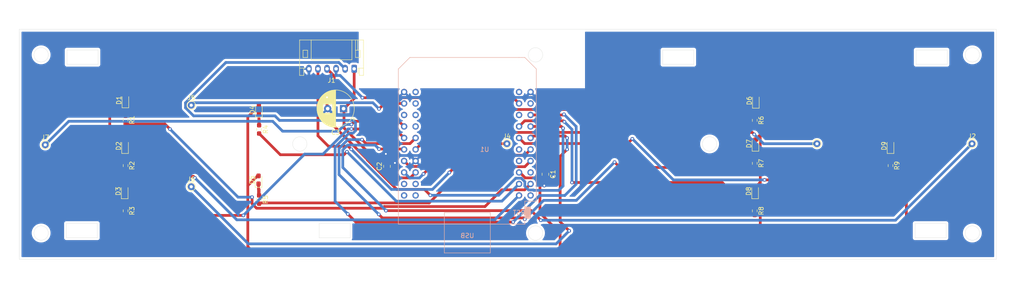
<source format=kicad_pcb>
(kicad_pcb (version 20221018) (generator pcbnew)
  (layers (0 "F.Cu" signal "Front") (31 "B.Cu" signal "Back") (34 "B.Paste" user) (35 "F.Paste" user) (36 "B.SilkS" user "B.Silkscreen") (37 "F.SilkS" user "F.Silkscreen") (38 "B.Mask" user) (39 "F.Mask" user) (44 "Edge.Cuts" user))
  (net 0 "")
  (net 1 "+3.3V")
  (net 2 "GND")
  (net 3 "+5V")
  (net 4 "Net-(D1-K)")
  (net 5 "Net-(D2-K)")
  (net 6 "Net-(D3-K)")
  (net 7 "Net-(D4-K)")
  (net 8 "Net-(D5-K)")
  (net 9 "Net-(D6-K)")
  (net 10 "Net-(D7-K)")
  (net 11 "Net-(D8-K)")
  (net 12 "Net-(D9-K)")
  (net 13 "/FAN_H")
  (net 14 "/FAN_M")
  (net 15 "/FAN_L")
  (net 16 "/FAN_W")
  (net 17 "BUTT_DIMMER")
  (net 18 "BUTT_TURBO")
  (net 19 "BUTT_POWER")
  (net 20 "BUTT_FILTER")
  (net 21 "BUTT_PREFILTER")
  (net 22 "BUTT_TIMER")
  (net 23 "Net-(U1-IO_09{slash}SD2)")
  (net 24 "Net-(U1-IO_10{slash}SD3)")
  (net 25 "Net-(U1-IO_12{slash}TDI)")
  (net 26 "Net-(U1-IO_13{slash}TCK)")
  (net 27 "Net-(U1-IO_14{slash}TMS)")
  (net 28 "Net-(U1-IO_16{slash}D4)")
  (net 29 "Net-(U1-IO_17{slash}D3)")
  (net 30 "Net-(U1-IO_18{slash}D5)")
  (net 31 "Net-(U1-IO_19{slash}D6)")
  (footprint "Resistor_SMD:R_0603_1608Metric_Pad0.98x0.95mm_HandSolder" (layer "F.Cu") (at 191.5 150.5875 -90)
    (fp_text reference "R8" (at 0 -1.43 90) (layer "F.SilkS"))
    (fp_text value "330")
    (pad "1" smd roundrect (at -0.9125 0 270) (size 0.975 0.95) (layers "F.Cu" "F.Paste" "F.Mask") (net 11 "Net-(D8-K)"))
    (pad "2" smd roundrect (at 0.9125 0 270) (size 0.975 0.95) (layers "F.Cu" "F.Paste" "F.Mask") (net 30 "Net-(U1-IO_18{slash}D5)"))
  )
  (footprint "LED_SMD:LED_0603_1608Metric_Pad1.05x0.95mm_HandSolder" (layer "F.Cu") (at 52.3 146.2425 90)
    (fp_text reference "D3" (at 0 -1.43 90) (layer "F.SilkS"))
    (fp_text value "Red")
    (pad "1" smd roundrect (at -0.875 0 90) (size 1.05 0.95) (layers "F.Cu" "F.Paste" "F.Mask") (net 6 "Net-(D3-K)"))
    (pad "2" smd roundrect (at 0.875 0 90) (size 1.05 0.95) (layers "F.Cu" "F.Paste" "F.Mask") (net 1 "+3.3V"))
  )
  (footprint "Resistor_SMD:R_0603_1608Metric_Pad0.98x0.95mm_HandSolder" (layer "F.Cu") (at 82 148.0875 -90)
    (fp_text reference "R5" (at 0 -1.43 90) (layer "F.SilkS"))
    (fp_text value "330")
    (pad "1" smd roundrect (at -0.9125 0 270) (size 0.975 0.95) (layers "F.Cu" "F.Paste" "F.Mask") (net 8 "Net-(D5-K)"))
    (pad "2" smd roundrect (at 0.9125 0 270) (size 0.975 0.95) (layers "F.Cu" "F.Paste" "F.Mask") (net 27 "Net-(U1-IO_14{slash}TMS)"))
  )
  (footprint "Resistor_SMD:R_0603_1608Metric_Pad0.98x0.95mm_HandSolder" (layer "F.Cu") (at 191.5 140.0875 -90)
    (fp_text reference "R7" (at 0 -1.43 90) (layer "F.SilkS"))
    (fp_text value "330")
    (pad "1" smd roundrect (at -0.9125 0 270) (size 0.975 0.95) (layers "F.Cu" "F.Paste" "F.Mask") (net 10 "Net-(D7-K)"))
    (pad "2" smd roundrect (at 0.9125 0 270) (size 0.975 0.95) (layers "F.Cu" "F.Paste" "F.Mask") (net 29 "Net-(U1-IO_17{slash}D3)"))
  )
  (footprint "Resistor_SMD:R_0603_1608Metric_Pad0.98x0.95mm_HandSolder" (layer "F.Cu") (at 52.5 150.5875 -90)
    (fp_text reference "R3" (at 0 -1.43 90) (layer "F.SilkS"))
    (fp_text value "330")
    (pad "1" smd roundrect (at -0.9125 0 270) (size 0.975 0.95) (layers "F.Cu" "F.Paste" "F.Mask") (net 6 "Net-(D3-K)"))
    (pad "2" smd roundrect (at 0.9125 0 270) (size 0.975 0.95) (layers "F.Cu" "F.Paste" "F.Mask") (net 25 "Net-(U1-IO_12{slash}TDI)"))
  )
  (footprint "TestPoint:TestPoint_THTPad_D1.5mm_Drill0.7mm" (layer "F.Cu") (at 67 145.25)
    (fp_text reference "J6" (at 0 -1.648) (layer "F.SilkS"))
    (fp_text value "Conn_01x01")
    (pad "1" thru_hole circle (at 0 0) (size 1.5 1.5) (drill 0.7) (layers "*.Cu" "*.Mask") (net 21 "BUTT_PREFILTER"))
  )
  (footprint "LED_SMD:LED_0603_1608Metric_Pad1.05x0.95mm_HandSolder" (layer "F.Cu") (at 191.66 135.7425 90)
    (fp_text reference "D7" (at 0 -1.43 90) (layer "F.SilkS"))
    (fp_text value "Red")
    (pad "1" smd roundrect (at -0.875 0 90) (size 1.05 0.95) (layers "F.Cu" "F.Paste" "F.Mask") (net 10 "Net-(D7-K)"))
    (pad "2" smd roundrect (at 0.875 0 90) (size 1.05 0.95) (layers "F.Cu" "F.Paste" "F.Mask") (net 1 "+3.3V"))
  )
  (footprint "Resistor_SMD:R_0603_1608Metric_Pad0.98x0.95mm_HandSolder" (layer "F.Cu") (at 82 132.5875 -90)
    (fp_text reference "R4" (at 0 -1.43 90) (layer "F.SilkS"))
    (fp_text value "330")
    (pad "1" smd roundrect (at -0.9125 0 270) (size 0.975 0.95) (layers "F.Cu" "F.Paste" "F.Mask") (net 7 "Net-(D4-K)"))
    (pad "2" smd roundrect (at 0.9125 0 270) (size 0.975 0.95) (layers "F.Cu" "F.Paste" "F.Mask") (net 26 "Net-(U1-IO_13{slash}TCK)"))
  )
  (footprint "LED_SMD:LED_0603_1608Metric_Pad1.05x0.95mm_HandSolder" (layer "F.Cu") (at 221.5 136.2425 90)
    (fp_text reference "D9" (at 0 -1.43 90) (layer "F.SilkS"))
    (fp_text value "Red")
    (pad "1" smd roundrect (at -0.875 0 90) (size 1.05 0.95) (layers "F.Cu" "F.Paste" "F.Mask") (net 12 "Net-(D9-K)"))
    (pad "2" smd roundrect (at 0.875 0 90) (size 1.05 0.95) (layers "F.Cu" "F.Paste" "F.Mask") (net 1 "+3.3V"))
  )
  (footprint "TestPoint:TestPoint_THTPad_D1.5mm_Drill0.7mm" (layer "F.Cu") (at 34.75 136)
    (fp_text reference "J7" (at 0 -1.648) (layer "F.SilkS"))
    (fp_text value "Conn_01x01")
    (pad "1" thru_hole circle (at 0 0) (size 1.5 1.5) (drill 0.7) (layers "*.Cu" "*.Mask") (net 22 "BUTT_TIMER"))
  )
  (footprint "LED_SMD:LED_0603_1608Metric_Pad1.05x0.95mm_HandSolder" (layer "F.Cu") (at 81.95 128.2425 90)
    (fp_text reference "D4" (at 0 -1.43 90) (layer "F.SilkS"))
    (fp_text value "Red")
    (pad "1" smd roundrect (at -0.875 0 90) (size 1.05 0.95) (layers "F.Cu" "F.Paste" "F.Mask") (net 7 "Net-(D4-K)"))
    (pad "2" smd roundrect (at 0.875 0 90) (size 1.05 0.95) (layers "F.Cu" "F.Paste" "F.Mask") (net 1 "+3.3V"))
  )
  (footprint "LED_SMD:LED_0603_1608Metric_Pad1.05x0.95mm_HandSolder" (layer "F.Cu") (at 52.38 136.2425 90)
    (fp_text reference "D2" (at 0 -1.43 90) (layer "F.SilkS"))
    (fp_text value "Red")
    (pad "1" smd roundrect (at -0.875 0 90) (size 1.05 0.95) (layers "F.Cu" "F.Paste" "F.Mask") (net 5 "Net-(D2-K)"))
    (pad "2" smd roundrect (at 0.875 0 90) (size 1.05 0.95) (layers "F.Cu" "F.Paste" "F.Mask") (net 1 "+3.3V"))
  )
  (footprint "TestPoint:TestPoint_THTPad_D1.5mm_Drill0.7mm" (layer "F.Cu") (at 136.75 135.75)
    (fp_text reference "J4" (at 0 -1.648) (layer "F.SilkS"))
    (fp_text value "Conn_01x01")
    (pad "1" thru_hole circle (at 0 0) (size 1.5 1.5) (drill 0.7) (layers "*.Cu" "*.Mask") (net 19 "BUTT_POWER"))
  )
  (footprint "Capacitor_SMD:C_0805_2012Metric_Pad1.18x1.45mm_HandSolder" (layer "F.Cu") (at 145.25 142.5 -90)
    (fp_text reference "C1" (at 0 -1.68 90) (layer "F.SilkS"))
    (fp_text value "1u")
    (pad "1" smd roundrect (at -1.0375 0 270) (size 1.175 1.45) (layers "F.Cu" "F.Paste" "F.Mask") (roundrect_rratio 0.2127659574) (net 1 "+3.3V"))
    (pad "2" smd roundrect (at 1.0375 0 270) (size 1.175 1.45) (layers "F.Cu" "F.Paste" "F.Mask") (roundrect_rratio 0.2127659574) (net 2 "GND"))
  )
  (footprint "Capacitor_SMD:C_0805_2012Metric_Pad1.18x1.45mm_HandSolder" (layer "F.Cu") (at 110.25 140.75 90)
    (fp_text reference "C2" (at 0 -1.68 90) (layer "F.SilkS"))
    (fp_text value "1u")
    (pad "1" smd roundrect (at -1.0375 0 90) (size 1.175 1.45) (layers "F.Cu" "F.Paste" "F.Mask") (roundrect_rratio 0.2127659574) (net 3 "+5V"))
    (pad "2" smd roundrect (at 1.0375 0 90) (size 1.175 1.45) (layers "F.Cu" "F.Paste" "F.Mask") (roundrect_rratio 0.2127659574) (net 2 "GND"))
  )
  (footprint "Connector_JST:JST_PH_S6B-PH-K_1x06_P2.00mm_Horizontal" (layer "F.Cu") (at 103 119.2 180)
    (fp_text reference "J1" (at 5 -2.55) (layer "F.SilkS"))
    (fp_text value "Conn_01x06")
    (pad "1" thru_hole roundrect (at 0 0 180) (size 1.2 1.75) (drill 0.75) (layers "*.Cu" "*.Mask") (roundrect_rratio 0.2083333333) (net 3 "+5V"))
    (pad "2" thru_hole oval (at 2 0 180) (size 1.2 1.75) (drill 0.75) (layers "*.Cu" "*.Mask") (net 16 "/FAN_W"))
    (pad "3" thru_hole oval (at 4 0 180) (size 1.2 1.75) (drill 0.75) (layers "*.Cu" "*.Mask") (net 15 "/FAN_L"))
    (pad "4" thru_hole oval (at 6 0 180) (size 1.2 1.75) (drill 0.75) (layers "*.Cu" "*.Mask") (net 14 "/FAN_M"))
    (pad "5" thru_hole oval (at 8 0 180) (size 1.2 1.75) (drill 0.75) (layers "*.Cu" "*.Mask") (net 13 "/FAN_H"))
    (pad "6" thru_hole oval (at 10 0 180) (size 1.2 1.75) (drill 0.75) (layers "*.Cu" "*.Mask") (net 2 "GND"))
  )
  (footprint "TestPoint:TestPoint_THTPad_D1.5mm_Drill0.7mm" (layer "F.Cu") (at 239.5 135.75)
    (fp_text reference "J2" (at 0 -1.648) (layer "F.SilkS"))
    (fp_text value "Conn_01x01")
    (pad "1" thru_hole circle (at 0 0) (size 1.5 1.5) (drill 0.7) (layers "*.Cu" "*.Mask") (net 17 "BUTT_DIMMER"))
  )
  (footprint "Capacitor_THT:CP_Radial_D8.0mm_P3.50mm" (layer "F.Cu") (at 100.6527 128 180)
    (fp_text reference "C3" (at 1.75 -5.25) (layer "F.SilkS"))
    (fp_text value "470u")
    (pad "1" thru_hole rect (at 0 0 180) (size 1.6 1.6) (drill 0.8) (layers "*.Cu" "*.Mask") (net 3 "+5V"))
    (pad "2" thru_hole circle (at 3.5 0 180) (size 1.6 1.6) (drill 0.8) (layers "*.Cu" "*.Mask") (net 2 "GND"))
  )
  (footprint "Resistor_SMD:R_0603_1608Metric_Pad0.98x0.95mm_HandSolder" (layer "F.Cu") (at 191.5 130.5875 -90)
    (fp_text reference "R6" (at 0 -1.43 90) (layer "F.SilkS"))
    (fp_text value "330")
    (pad "1" smd roundrect (at -0.9125 0 270) (size 0.975 0.95) (layers "F.Cu" "F.Paste" "F.Mask") (net 9 "Net-(D6-K)"))
    (pad "2" smd roundrect (at 0.9125 0 270) (size 0.975 0.95) (layers "F.Cu" "F.Paste" "F.Mask") (net 28 "Net-(U1-IO_16{slash}D4)"))
  )
  (footprint "TestPoint:TestPoint_THTPad_D1.5mm_Drill0.7mm" (layer "F.Cu") (at 205.25 135.75)
    (fp_text reference "J3" hide)
    (fp_text value "Conn_01x01")
    (pad "1" thru_hole circle (at 0 0) (size 1.5 1.5) (drill 0.7) (layers "*.Cu" "*.Mask") (net 18 "BUTT_TURBO"))
  )
  (footprint "Resistor_SMD:R_0603_1608Metric_Pad0.98x0.95mm_HandSolder" (layer "F.Cu") (at 52.5 130.5 -90)
    (fp_text reference "R1" (at 0 -1.43 90) (layer "F.SilkS"))
    (fp_text value "330")
    (pad "1" smd roundrect (at -0.9125 0 270) (size 0.975 0.95) (layers "F.Cu" "F.Paste" "F.Mask") (net 4 "Net-(D1-K)"))
    (pad "2" smd roundrect (at 0.9125 0 270) (size 0.975 0.95) (layers "F.Cu" "F.Paste" "F.Mask") (net 23 "Net-(U1-IO_09{slash}SD2)"))
  )
  (footprint "Resistor_SMD:R_0603_1608Metric_Pad0.98x0.95mm_HandSolder" (layer "F.Cu") (at 52.5 140.5875 -90)
    (fp_text reference "R2" (at 0 -1.43 90) (layer "F.SilkS"))
    (fp_text value "330")
    (pad "1" smd roundrect (at -0.9125 0 270) (size 0.975 0.95) (layers "F.Cu" "F.Paste" "F.Mask") (net 5 "Net-(D2-K)"))
    (pad "2" smd roundrect (at 0.9125 0 270) (size 0.975 0.95) (layers "F.Cu" "F.Paste" "F.Mask") (net 24 "Net-(U1-IO_10{slash}SD3)"))
  )
  (footprint "LED_SMD:LED_0603_1608Metric_Pad1.05x0.95mm_HandSolder" (layer "F.Cu") (at 52.46 126.155 90)
    (fp_text reference "D1" (at 0 -1.43 90) (layer "F.SilkS"))
    (fp_text value "Red")
    (pad "1" smd roundrect (at -0.875 0 90) (size 1.05 0.95) (layers "F.Cu" "F.Paste" "F.Mask") (net 4 "Net-(D1-K)"))
    (pad "2" smd roundrect (at 0.875 0 90) (size 1.05 0.95) (layers "F.Cu" "F.Paste" "F.Mask") (net 1 "+3.3V"))
  )
  (footprint "LED_SMD:LED_0603_1608Metric_Pad1.05x0.95mm_HandSolder" (layer "F.Cu") (at 191.58 146.2425 90)
    (fp_text reference "D8" (at 0 -1.43 90) (layer "F.SilkS"))
    (fp_text value "Red")
    (pad "1" smd roundrect (at -0.875 0 90) (size 1.05 0.95) (layers "F.Cu" "F.Paste" "F.Mask") (net 11 "Net-(D8-K)"))
    (pad "2" smd roundrect (at 0.875 0 90) (size 1.05 0.95) (layers "F.Cu" "F.Paste" "F.Mask") (net 1 "+3.3V"))
  )
  (footprint "LED_SMD:LED_0603_1608Metric_Pad1.05x0.95mm_HandSolder" (layer "F.Cu") (at 191.74 126.2425 90)
    (fp_text reference "D6" (at 0 -1.43 90) (layer "F.SilkS"))
    (fp_text value "Red")
    (pad "1" smd roundrect (at -0.875 0 90) (size 1.05 0.95) (layers "F.Cu" "F.Paste" "F.Mask") (net 9 "Net-(D6-K)"))
    (pad "2" smd roundrect (at 0.875 0 90) (size 1.05 0.95) (layers "F.Cu" "F.Paste" "F.Mask") (net 1 "+3.3V"))
  )
  (footprint "TestPoint:TestPoint_THTPad_D1.5mm_Drill0.7mm" (layer "F.Cu") (at 67 127.25)
    (fp_text reference "J5" (at 0 -1.648) (layer "F.SilkS"))
    (fp_text value "Conn_01x01")
    (pad "1" thru_hole circle (at 0 0) (size 1.5 1.5) (drill 0.7) (layers "*.Cu" "*.Mask") (net 20 "BUTT_FILTER"))
  )
  (footprint "Resistor_SMD:R_0603_1608Metric_Pad0.98x0.95mm_HandSolder" (layer "F.Cu") (at 221.5 140.5875 -90)
    (fp_text reference "R9" (at 0 -1.43 90) (layer "F.SilkS"))
    (fp_text value "330")
    (pad "1" smd roundrect (at -0.9125 0 270) (size 0.975 0.95) (layers "F.Cu" "F.Paste" "F.Mask") (net 12 "Net-(D9-K)"))
    (pad "2" smd roundrect (at 0.9125 0 270) (size 0.975 0.95) (layers "F.Cu" "F.Paste" "F.Mask") (net 31 "Net-(U1-IO_19{slash}D6)"))
  )
  (footprint "LED_SMD:LED_0603_1608Metric_Pad1.05x0.95mm_HandSolder" (layer "F.Cu") (at 81.87 143.7425 90)
    (fp_text reference "D5" (at 0 -1.43 90) (layer "F.SilkS"))
    (fp_text value "Red")
    (pad "1" smd roundrect (at -0.875 0 90) (size 1.05 0.95) (layers "F.Cu" "F.Paste" "F.Mask") (net 8 "Net-(D5-K)"))
    (pad "2" smd roundrect (at 0.875 0 90) (size 1.05 0.95) (layers "F.Cu" "F.Paste" "F.Mask") (net 1 "+3.3V"))
  )
  (footprint "ESP32_mini:ESP32_mini" (layer "B.Cu") (at 128 135.75 180)
    (fp_text reference "U1" (at -3.81 -1.27) (layer "B.SilkS") (effects (justify mirror)))
    (fp_text value "mini_esp32")
    (fp_text user "USB" (at 0 -20.32) (layer "B.SilkS") (effects (justify mirror)))
    (fp_text user "RST" (at -11.43 -15.24) (layer "B.SilkS") (effects (justify mirror)))
    (pad "1" thru_hole circle (at -13.97 11.43 270) (size 1.4 1.4) (drill 0.8) (layers "*.Cu" "*.Mask") (net 2 "GND"))
    (pad "2" thru_hole circle (at -11.43 11.43 270) (size 1.4 1.4) (drill 0.8) (layers "*.Cu" "*.Mask"))
    (pad "3" thru_hole circle (at -13.97 8.89 270) (size 1.4 1.4) (drill 0.8) (layers "*.Cu" "*.Mask"))
    (pad "4" thru_hole circle (at -11.43 8.89 270) (size 1.4 1.4) (drill 0.8) (layers "*.Cu" "*.Mask") (net 15 "/FAN_L"))
    (pad "5" thru_hole circle (at -13.97 6.35 270) (size 1.4 1.4) (drill 0.8) (layers "*.Cu" "*.Mask") (net 16 "/FAN_W"))
    (pad "6" thru_hole circle (at -11.43 6.35 270) (size 1.4 1.4) (drill 0.8) (layers "*.Cu" "*.Mask"))
    (pad "7" thru_hole circle (at -13.97 3.81 270) (size 1.4 1.4) (drill 0.8) (layers "*.Cu" "*.Mask") (net 14 "/FAN_M"))
    (pad "8" thru_hole circle (at -11.43 3.81 270) (size 1.4 1.4) (drill 0.8) (layers "*.Cu" "*.Mask") (net 30 "Net-(U1-IO_18{slash}D5)"))
    (pad "9" thru_hole circle (at -13.97 1.27 270) (size 1.4 1.4) (drill 0.8) (layers "*.Cu" "*.Mask") (net 21 "BUTT_PREFILTER"))
    (pad "10" thru_hole circle (at -11.43 1.27 270) (size 1.4 1.4) (drill 0.8) (layers "*.Cu" "*.Mask") (net 31 "Net-(U1-IO_19{slash}D6)"))
    (pad "11" thru_hole circle (at -13.97 -1.27 270) (size 1.4 1.4) (drill 0.8) (layers "*.Cu" "*.Mask") (net 13 "/FAN_H"))
    (pad "12" thru_hole circle (at -11.43 -1.27 270) (size 1.4 1.4) (drill 0.8) (layers "*.Cu" "*.Mask"))
    (pad "13" thru_hole circle (at -13.97 -3.81 270) (size 1.4 1.4) (drill 0.8) (layers "*.Cu" "*.Mask") (net 27 "Net-(U1-IO_14{slash}TMS)"))
    (pad "14" thru_hole circle (at -11.43 -3.81 270) (size 1.4 1.4) (drill 0.8) (layers "*.Cu" "*.Mask"))
    (pad "15" thru_hole circle (at -13.97 -6.35 270) (size 1.4 1.4) (drill 0.8) (layers "*.Cu" "*.Mask"))
    (pad "16" thru_hole circle (at -11.43 -6.35 270) (size 1.4 1.4) (drill 0.8) (layers "*.Cu" "*.Mask") (net 1 "+3.3V"))
    (pad "17" thru_hole circle (at -13.97 -8.89 270) (size 1.4 1.4) (drill 0.8) (layers "*.Cu" "*.Mask") (net 23 "Net-(U1-IO_09{slash}SD2)"))
    (pad "18" thru_hole circle (at -11.43 -8.89 270) (size 1.4 1.4) (drill 0.8) (layers "*.Cu" "*.Mask") (net 26 "Net-(U1-IO_13{slash}TCK)"))
    (pad "19" thru_hole circle (at -13.97 -11.43 270) (size 1.4 1.4) (drill 0.8) (layers "*.Cu" "*.Mask"))
    (pad "20" thru_hole circle (at -11.43 -11.43 270) (size 1.4 1.4) (drill 0.8) (layers "*.Cu" "*.Mask") (net 24 "Net-(U1-IO_10{slash}SD3)"))
    (pad "21" thru_hole circle (at 11.43 11.43 270) (size 1.4 1.4) (drill 0.8) (layers "*.Cu" "*.Mask"))
    (pad "22" thru_hole circle (at 13.97 11.43 270) (size 1.4 1.4) (drill 0.8) (layers "*.Cu" "*.Mask") (net 2 "GND"))
    (pad "23" thru_hole circle (at 11.43 8.89 270) (size 1.4 1.4) (drill 0.8) (layers "*.Cu" "*.Mask"))
    (pad "24" thru_hole circle (at 13.97 8.89 270) (size 1.4 1.4) (drill 0.8) (layers "*.Cu" "*.Mask") (net 20 "BUTT_FILTER"))
    (pad "25" thru_hole circle (at 11.43 6.35 270) (size 1.4 1.4) (drill 0.8) (layers "*.Cu" "*.Mask"))
    (pad "26" thru_hole circle (at 13.97 6.35 270) (size 1.4 1.4) (drill 0.8) (layers "*.Cu" "*.Mask"))
    (pad "27" thru_hole circle (at 11.43 3.81 270) (size 1.4 1.4) (drill 0.8) (layers "*.Cu" "*.Mask"))
    (pad "28" thru_hole circle (at 13.97 3.81 270) (size 1.4 1.4) (drill 0.8) (layers "*.Cu" "*.Mask") (net 22 "BUTT_TIMER"))
    (pad "29" thru_hole circle (at 11.43 1.27 270) (size 1.4 1.4) (drill 0.8) (layers "*.Cu" "*.Mask") (net 29 "Net-(U1-IO_17{slash}D3)"))
    (pad "30" thru_hole circle (at 13.97 1.27 270) (size 1.4 1.4) (drill 0.8) (layers "*.Cu" "*.Mask") (net 25 "Net-(U1-IO_12{slash}TDI)"))
    (pad "31" thru_hole circle (at 11.43 -1.27 270) (size 1.4 1.4) (drill 0.8) (layers "*.Cu" "*.Mask") (net 28 "Net-(U1-IO_16{slash}D4)"))
    (pad "32" thru_hole circle (at 13.97 -1.27 270) (size 1.4 1.4) (drill 0.8) (layers "*.Cu" "*.Mask") (net 17 "BUTT_DIMMER"))
    (pad "33" thru_hole circle (at 11.43 -3.81 270) (size 1.4 1.4) (drill 0.8) (layers "*.Cu" "*.Mask") (net 2 "GND"))
    (pad "34" thru_hole circle (at 13.97 -3.81 270) (size 1.4 1.4) (drill 0.8) (layers "*.Cu" "*.Mask") (net 18 "BUTT_TURBO"))
    (pad "35" thru_hole circle (at 11.43 -6.35 270) (size 1.4 1.4) (drill 0.8) (layers "*.Cu" "*.Mask") (net 3 "+5V"))
    (pad "36" thru_hole circle (at 13.97 -6.35 270) (size 1.4 1.4) (drill 0.8) (layers "*.Cu" "*.Mask") (net 19 "BUTT_POWER"))
    (pad "37" thru_hole circle (at 11.43 -8.89 270) (size 1.4 1.4) (drill 0.8) (layers "*.Cu" "*.Mask"))
    (pad "38" thru_hole circle (at 13.97 -8.89 270) (size 1.4 1.4) (drill 0.8) (layers "*.Cu" "*.Mask"))
    (pad "39" thru_hole circle (at 11.43 -11.43 270) (size 1.4 1.4) (drill 0.8) (layers "*.Cu" "*.Mask"))
    (pad "40" thru_hole circle (at 13.97 -11.43 270) (size 1.4 1.4) (drill 0.8) (layers "*.Cu" "*.Mask"))
  )
  (gr_line (start 233.9975 118.2244) (end 227.1395 118.2244) (stroke (width 0.05)) (layer "Edge.Cuts"))
  (gr_circle (center 33.836 116.1144) (end 35.4235 116.1144) (stroke (width 0.05)) (fill none) (layer "Edge.Cuts"))
  (gr_line (start 95.2428 156.5494) (end 95.2428 153.3744) (stroke (width 0.05)) (layer "Edge.Cuts"))
  (gr_line (start 178.0468 118.2244) (end 171.1888 118.2244) (stroke (width 0.05)) (layer "Edge.Cuts"))
  (gr_circle (center 90.986 135.7994) (end 92.5735 135.7994) (stroke (width 0.05)) (fill none) (layer "Edge.Cuts"))
  (gr_line (start 227.1395 118.2244) (end 227.1395 115.0494) (stroke (width 0.05)) (layer "Edge.Cuts"))
  (gr_line (start 46.4122 115.0494) (end 46.4122 118.2244) (stroke (width 0.05)) (layer "Edge.Cuts"))
  (gr_line (start 102.1008 153.3744) (end 102.1008 156.5494) (stroke (width 0.05)) (layer "Edge.Cuts"))
  (gr_circle (center 33.836 155.4844) (end 35.4235 155.4844) (stroke (width 0.05)) (fill none) (layer "Edge.Cuts"))
  (gr_line (start 39.5542 115.0494) (end 46.4122 115.0494) (stroke (width 0.05)) (layer "Edge.Cuts"))
  (gr_line (start 227.1395 115.0494) (end 233.9975 115.0494) (stroke (width 0.05)) (layer "Edge.Cuts"))
  (gr_line (start 46.2725 156.5494) (end 39.4145 156.5494) (stroke (width 0.05)) (layer "Edge.Cuts"))
  (gr_circle (center 239.576 116.1144) (end 241.1635 116.1144) (stroke (width 0.05)) (fill none) (layer "Edge.Cuts"))
  (gr_line (start 226.9147 153.3744) (end 233.7727 153.3744) (stroke (width 0.05)) (layer "Edge.Cuts"))
  (gr_line (start 233.9975 115.0494) (end 233.9975 118.2244) (stroke (width 0.05)) (layer "Edge.Cuts"))
  (gr_circle (center 143.056 116.1144) (end 144.6435 116.1144) (stroke (width 0.05)) (fill none) (layer "Edge.Cuts"))
  (gr_line (start 29 161.3) (end 29 110.5) (stroke (width 0.05)) (layer "Edge.Cuts"))
  (gr_line (start 46.4122 118.2244) (end 39.5542 118.2244) (stroke (width 0.05)) (layer "Edge.Cuts"))
  (gr_line (start 39.4145 156.5494) (end 39.4145 153.3744) (stroke (width 0.05)) (layer "Edge.Cuts"))
  (gr_line (start 46.2725 153.3744) (end 46.2725 156.5494) (stroke (width 0.05)) (layer "Edge.Cuts"))
  (gr_line (start 39.4145 153.3744) (end 46.2725 153.3744) (stroke (width 0.05)) (layer "Edge.Cuts"))
  (gr_circle (center 181.526 135.7994) (end 183.1135 135.7994) (stroke (width 0.05)) (fill none) (layer "Edge.Cuts"))
  (gr_line (start 244.9 161.3) (end 29 161.3) (stroke (width 0.05)) (layer "Edge.Cuts"))
  (gr_line (start 178.0468 115.0494) (end 178.0468 118.2244) (stroke (width 0.05)) (layer "Edge.Cuts"))
  (gr_line (start 29 110.5) (end 244.9 110.5) (stroke (width 0.05)) (layer "Edge.Cuts"))
  (gr_line (start 171.1888 115.0494) (end 178.0468 115.0494) (stroke (width 0.05)) (layer "Edge.Cuts"))
  (gr_line (start 233.7727 156.5494) (end 226.9147 156.5494) (stroke (width 0.05)) (layer "Edge.Cuts"))
  (gr_line (start 226.9147 156.5494) (end 226.9147 153.3744) (stroke (width 0.05)) (layer "Edge.Cuts"))
  (gr_circle (center 239.576 155.4844) (end 241.1635 155.4844) (stroke (width 0.05)) (fill none) (layer "Edge.Cuts"))
  (gr_line (start 39.5542 118.2244) (end 39.5542 115.0494) (stroke (width 0.05)) (layer "Edge.Cuts"))
  (gr_line (start 233.7727 153.3744) (end 233.7727 156.5494) (stroke (width 0.05)) (layer "Edge.Cuts"))
  (gr_circle (center 143.056 155.4844) (end 144.6435 155.4844) (stroke (width 0.05)) (fill none) (layer "Edge.Cuts"))
  (gr_line (start 102.1008 156.5494) (end 95.2428 156.5494) (stroke (width 0.05)) (layer "Edge.Cuts"))
  (gr_line (start 171.1888 118.2244) (end 171.1888 115.0494) (stroke (width 0.05)) (layer "Edge.Cuts"))
  (gr_line (start 95.2428 153.3744) (end 102.1008 153.3744) (stroke (width 0.05)) (layer "Edge.Cuts"))
  (gr_line (start 244.9 110.5) (end 244.9 161.3) (stroke (width 0.05)) (layer "Edge.Cuts"))
  (segment (start 49 128.74) (end 49 137) (width 0.6) (layer "F.Cu") (net 1))
  (segment (start 145.25 141.462) (end 145.25 141.4625) (width 0.6) (layer "F.Cu") (net 1))
  (segment (start 81.8695 142.868) (end 81.6325 142.868) (width 0.6) (layer "F.Cu") (net 1))
  (segment (start 80 159) (end 49.5 159) (width 0.6) (layer "F.Cu") (net 1))
  (segment (start 52.3795 135.368) (end 52.38 135.3675) (width 0.6) (layer "F.Cu") (net 1))
  (segment (start 191.66 134.8675) (end 192 134.8675) (width 0.6) (layer "F.Cu") (net 1))
  (segment (start 79.5 145) (end 79.5 158.5) (width 0.6) (layer "F.Cu") (net 1))
  (segment (start 225 153.5) (end 225 138.868) (width 0.6) (layer "F.Cu") (net 1))
  (segment (start 81.95 127.368) (end 79.5 129.818) (width 0.6) (layer "F.Cu") (net 1))
  (segment (start 50.6325 135.368) (end 49 137) (width 0.6) (layer "F.Cu") (net 1))
  (segment (start 192.5 159) (end 219.5 159) (width 0.6) (layer "F.Cu") (net 1))
  (segment (start 139.515 142.015) (end 139.5 142) (width 0.6) (layer "F.Cu") (net 1))
  (segment (start 143.607 143.3) (end 143 143.3) (width 0.6) (layer "F.Cu") (net 1))
  (segment (start 192 134.5) (end 192 134.8675) (width 0.6) (layer "F.Cu") (net 1))
  (segment (start 144.046 144.346) (end 144.046 151.046) (width 0.6) (layer "F.Cu") (net 1))
  (segment (start 192.715 158.785) (end 192.5 159) (width 0.6) (layer "F.Cu") (net 1))
  (segment (start 140.8 143.3) (end 139.515 142.015) (width 0.6) (layer "F.Cu") (net 1))
  (segment (start 52.46 125.28) (end 49 128.74) (width 0.6) (layer "F.Cu") (net 1))
  (segment (start 192.715 144.285) (end 192.715 145.3675) (width 0.6) (layer "F.Cu") (net 1))
  (segment (start 145.25 141.4625) (end 145.25 141.657) (width 0.6) (layer "F.Cu") (net 1))
  (segment (start 145.25 141.657) (end 143.607 143.3) (width 0.6) (layer "F.Cu") (net 1))
  (segment (start 192 134.8675) (end 192 135) (width 0.6) (layer "F.Cu") (net 1))
  (segment (start 192.715 144.285) (end 191.5 145.5) (width 0.6) (layer "F.Cu") (net 1))
  (segment (start 192.715 133.785) (end 192 134.5) (width 0.6) (layer "F.Cu") (net 1))
  (segment (start 225 138.868) (end 221.5 135.368) (width 0.6) (layer "F.Cu") (net 1))
  (segment (start 148.5 159) (end 80 159) (width 0.6) (layer "F.Cu") (net 1))
  (segment (start 191.58 145.3675) (end 192.715 145.3675) (width 0.6) (layer "F.Cu") (net 1))
  (segment (start 192.2275 125.855) (end 192.715 126.342) (width 0.6) (layer "F.Cu") (net 1))
  (segment (start 221.5 135.3675) (end 221.5 135.368) (width 0.6) (layer "F.Cu") (net 1))
  (segment (start 79.5 158.5) (end 80 159) (width 0.6) (layer "F.Cu") (net 1))
  (segment (start 148.5 159) (end 192.5 159) (width 0.6) (layer "F.Cu") (net 1))
  (segment (start 148.5 155.5) (end 148.5 159) (width 0.6) (layer "F.Cu") (net 1))
  (segment (start 50.1325 145.368) (end 49 146.5) (width 0.6) (layer "F.Cu") (net 1))
  (segment (start 192.715 126.342) (end 192.715 133.785) (width 0.6) (layer "F.Cu") (net 1))
  (segment (start 52.3 145.3675) (end 52.3 145.368) (width 0.6) (layer "F.Cu") (net 1))
  (segment (start 139.43 142.1) (end 139.515 142.015) (width 0.6) (layer "F.Cu") (net 1))
  (segment (start 192.2275 125.855) (end 191.74 125.3675) (width 0.6) (layer "F.Cu") (net 1))
  (segment (start 191.74 125.368) (end 192.2275 125.855) (width 0.6) (layer "F.Cu") (net 1))
  (segment (start 81.8695 142.868) (end 81.87 142.8675) (width 0.6) (layer "F.Cu") (net 1))
  (segment (start 79.5 129.818) (end 79.5 145) (width 0.6) (layer "F.Cu") (net 1))
  (segment (start 219.5 159) (end 225 153.5) (width 0.6) (layer "F.Cu") (net 1))
  (segment (start 49 137) (end 49 146.5) (width 0.6) (layer "F.Cu") (net 1))
  (segment (start 49.5 159) (end 49 158.5) (width 0.6) (layer "F.Cu") (net 1))
  (segment (start 192.715 133.785) (end 192.715 144.285) (width 0.6) (layer "F.Cu") (net 1))
  (segment (start 81.95 127.368) (end 81.95 127.3675) (width 0.6) (layer "F.Cu") (net 1))
  (segment (start 81.87 142.868) (end 81.8695 142.868) (width 0.6) (layer "F.Cu") (net 1))
  (segment (start 49 158.5) (end 49 146.5) (width 0.6) (layer "F.Cu") (net 1))
  (segment (start 143 143.3) (end 144.046 144.346) (width 0.6) (layer "F.Cu") (net 1))
  (segment (start 52.38 135.368) (end 52.3795 135.368) (width 0.6) (layer "F.Cu") (net 1))
  (segment (start 144.046 151.046) (end 148.5 155.5) (width 0.6) (layer "F.Cu") (net 1))
  (segment (start 52.3 145.368) (end 50.1325 145.368) (width 0.6) (layer "F.Cu") (net 1))
  (segment (start 52.3795 135.368) (end 50.6325 135.368) (width 0.6) (layer "F.Cu") (net 1))
  (segment (start 81.6325 142.868) (end 79.5 145) (width 0.6) (layer "F.Cu") (net 1))
  (segment (start 143 143.3) (end 140.8 143.3) (width 0.6) (layer "F.Cu") (net 1))
  (segment (start 192.715 145.3675) (end 192.715 158.785) (width 0.6) (layer "F.Cu") (net 1))
  (segment (start 145.25 144.75) (end 145.25 144.144) (width 0.6) (layer "F.Cu") (net 2))
  (segment (start 145.25 144.144) (end 145.25 143.5375) (width 0.6) (layer "F.Cu") (net 2))
  (segment (start 110.2505 139.712) (end 110.25 139.712) (width 0.6) (layer "F.Cu") (net 2))
  (segment (start 145.25 144.144) (end 145.25 143.538) (width 0.6) (layer "F.Cu") (net 2))
  (segment (start 110.25 139.712) (end 110.25 138.25) (width 0.6) (layer "F.Cu") (net 2))
  (segment (start 111.712 139.712) (end 110.2505 139.712) (width 0.6) (layer "F.Cu") (net 2))
  (segment (start 146.462 143.538) (end 147 143) (width 0.6) (layer "F.Cu") (net 2))
  (segment (start 145.25 143.538) (end 146.462 143.538) (width 0.6) (layer "F.Cu") (net 2))
  (segment (start 110.25 138.25) (end 110 138) (width 0.6) (layer "F.Cu") (net 2))
  (segment (start 110.2505 139.712) (end 110.25 139.7125) (width 0.6) (layer "F.Cu") (net 2))
  (segment (start 97 125.5) (end 97 128) (width 0.6) (layer "F.Cu") (net 2))
  (segment (start 112 140) (end 111.712 139.712) (width 0.6) (layer "F.Cu") (net 2))
  (segment (start 145 145) (end 145.25 144.75) (width 0.6) (layer "F.Cu") (net 2))
  (via (at 97 125.5) (size 0.8) (drill 0.4) (layers "F.Cu" "B.Cu") (net 2))
  (via (at 145 145) (size 0.8) (drill 0.4) (layers "F.Cu" "B.Cu") (net 2))
  (via (at 112 140) (size 0.8) (drill 0.4) (layers "F.Cu" "B.Cu") (net 2))
  (via (at 147 143) (size 0.8) (drill 0.4) (layers "F.Cu" "B.Cu") (net 2))
  (via (at 110 138) (size 0.8) (drill 0.4) (layers "F.Cu" "B.Cu") (net 2))
  (segment (start 113.672943 125.52) (end 110 129.192943) (width 0.6) (layer "B.Cu") (net 2))
  (segment (start 110.36 138.36) (end 110 138) (width 0.6) (layer "B.Cu") (net 2))
  (segment (start 140.77 125.52) (end 142.327057 125.52) (width 0.6) (layer "B.Cu") (net 2))
  (segment (start 147 142.892943) (end 147 143) (width 0.6) (layer "B.Cu") (net 2))
  (segment (start 98.4527 129.3) (end 105.7 129.3) (width 0.6) (layer "B.Cu") (net 2))
  (segment (start 116.57 139.56) (end 115.37 138.36) (width 0.6) (layer "B.Cu") (net 2))
  (segment (start 93 119.2) (end 92.8 119.2) (width 0.6) (layer "B.Cu") (net 2))
  (segment (start 97.1527 128) (end 98.4527 129.3) (width 0.6) (layer "B.Cu") (net 2))
  (segment (start 142.467057 138.36) (end 147 142.892943) (width 0.6) (layer "B.Cu") (net 2))
  (segment (start 112 139.893) (end 112 140) (width 0.6) (layer "B.Cu") (net 2))
  (segment (start 147 130.192943) (end 147 143) (width 0.6) (layer "B.Cu") (net 2))
  (segment (start 140.77 125.52) (end 113.672943 125.52) (width 0.6) (layer "B.Cu") (net 2))
  (segment (start 115.37 138.36) (end 142.467057 138.36) (width 0.6) (layer "B.Cu") (net 2))
  (segment (start 110 129.192943) (end 110 138) (width 0.6) (layer "B.Cu") (net 2))
  (segment (start 115.37 138.36) (end 110.36 138.36) (width 0.6) (layer "B.Cu") (net 2))
  (segment (start 142.327057 125.52) (end 147 130.192943) (width 0.6) (layer "B.Cu") (net 2))
  (segment (start 93 119.2) (end 93 121.5) (width 0.6) (layer "B.Cu") (net 2))
  (segment (start 141.97 124.32) (end 140.77 125.52) (width 0.6) (layer "B.Cu") (net 2))
  (segment (start 93 121.5) (end 97 125.5) (width 0.6) (layer "B.Cu") (net 2))
  (segment (start 116.57 142.1) (end 115.37 143.3) (width 0.6) (layer "F.Cu") (net 3))
  (segment (start 110.6375 142.1375) (end 110.5995 142.1375) (width 0.6) (layer "F.Cu") (net 3))
  (segment (start 103 125.75) (end 100.75 128) (width 0.6) (layer "F.Cu") (net 3))
  (segment (start 110.5995 142.1375) (end 110.25 141.788) (width 0.6) (layer "F.Cu") (net 3))
  (segment (start 100.75 128) (end 100.75 132.288) (width 0.6) (layer "F.Cu") (net 3))
  (segment (start 100.6527 128) (end 100.75 128) (width 0.6) (layer "F.Cu") (net 3))
  (segment (start 111.8 143.3) (end 111.025 142.525) (width 0.6) (layer "F.Cu") (net 3))
  (segment (start 111.025 142.525) (end 110.9875 142.525) (width 0.6) (layer "F.Cu") (net 3))
  (segment (start 111.025 142.525) (end 110.6375 142.1375) (width 0.6) (layer "F.Cu") (net 3))
  (segment (start 110.6375 142.1375) (end 110.25 141.75) (width 0.6) (layer "F.Cu") (net 3))
  (segment (start 110.9875 142.525) (end 110.25 141.7875) (width 0.6) (layer "F.Cu") (net 3))
  (segment (start 115.37 143.3) (end 111.8 143.3) (width 0.6) (layer "F.Cu") (net 3))
  (segment (start 103 119.2) (end 103 125.75) (width 0.6) (layer "F.Cu") (net 3))
  (segment (start 100.75 132.288) (end 110.25 141.788) (width 0.6) (layer "F.Cu") (net 3))
  (segment (start 52.5 129.588) (end 52.5 129.5875) (width 0.6) (layer "F.Cu") (net 4))
  (segment (start 52.5 128.2937) (end 52.46 128.2537) (width 0.6) (layer "F.Cu") (net 4))
  (segment (start 52.46 128.2537) (end 52.46 127.03) (width 0.6) (layer "F.Cu") (net 4))
  (segment (start 52.5 129.5875) (end 52.5 128.2937) (width 0.6) (layer "F.Cu") (net 4))
  (segment (start 52.5 128.2937) (end 52.5 127) (width 0.6) (layer "F.Cu") (net 4))
  (segment (start 52.5 138.5875) (end 52.38 138.4675) (width 0.6) (layer "F.Cu") (net 5))
  (segment (start 52.5 138.5875) (end 52.5 137.5) (width 0.6) (layer "F.Cu") (net 5))
  (segment (start 52.38 138.4675) (end 52.38 137.1175) (width 0.6) (layer "F.Cu") (net 5))
  (segment (start 52.5 139.675) (end 52.5 138.5875) (width 0.6) (layer "F.Cu") (net 5))
  (segment (start 52.3 148.459) (end 52.5 148.659) (width 0.6) (layer "F.Cu") (net 6))
  (segment (start 52.3 147.118) (end 52.3 148.459) (width 0.6) (layer "F.Cu") (net 6))
  (segment (start 52.3 148.459) (end 52.3 149.8) (width 0.6) (layer "F.Cu") (net 6))
  (segment (start 52.3 147.118) (end 52.3 147.1175) (width 0.6) (layer "F.Cu") (net 6))
  (segment (start 52.5 148.659) (end 52.5 149.675) (width 0.6) (layer "F.Cu") (net 6))
  (segment (start 81.95 129.118) (end 81.95 129.1175) (width 0.6) (layer "F.Cu") (net 7))
  (segment (start 81.95 129.118) (end 81.95 130.284) (width 0.6) (layer "F.Cu") (net 7))
  (segment (start 82 130.334) (end 82 131.675) (width 0.6) (layer "F.Cu") (net 7))
  (segment (start 81.95 130.284) (end 82 130.334) (width 0.6) (layer "F.Cu") (net 7))
  (segment (start 81.95 130.284) (end 81.95 131.45) (width 0.6) (layer "F.Cu") (net 7))
  (segment (start 82 145.874) (end 82 147.175) (width 0.6) (layer "F.Cu") (net 8))
  (segment (start 81.87 145.744) (end 81.87 146.87) (width 0.6) (layer "F.Cu") (net 8))
  (segment (start 81.87 144.618) (end 81.87 144.6175) (width 0.6) (layer "F.Cu") (net 8))
  (segment (start 81.87 145.744) (end 82 145.874) (width 0.6) (layer "F.Cu") (net 8))
  (segment (start 81.87 144.618) (end 81.87 145.744) (width 0.6) (layer "F.Cu") (net 8))
  (segment (start 191.74 127.118) (end 191.74 128.189) (width 0.6) (layer "F.Cu") (net 9))
  (segment (start 191.74 128.189) (end 191.5 128.429) (width 0.6) (layer "F.Cu") (net 9))
  (segment (start 191.5 128.429) (end 191.5 129.675) (width 0.6) (layer "F.Cu") (net 9))
  (segment (start 191.74 128.189) (end 191.74 129.26) (width 0.6) (layer "F.Cu") (net 9))
  (segment (start 191.74 127.118) (end 191.74 127.1175) (width 0.6) (layer "F.Cu") (net 9))
  (segment (start 191.66 137.6775) (end 191.66 136.6175) (width 0.6) (layer "F.Cu") (net 10))
  (segment (start 191.5 137.8375) (end 191.5 136.5) (width 0.6) (layer "F.Cu") (net 10))
  (segment (start 191.5 137.8375) (end 191.66 137.6775) (width 0.6) (layer "F.Cu") (net 10))
  (segment (start 191.5 139.175) (end 191.5 137.8375) (width 0.6) (layer "F.Cu") (net 10))
  (segment (start 191.58 147.118) (end 191.58 147.1175) (width 0.6) (layer "F.Cu") (net 11))
  (segment (start 191.58 148.269) (end 191.58 149.42) (width 0.6) (layer "F.Cu") (net 11))
  (segment (start 191.5 148.349) (end 191.5 149.675) (width 0.6) (layer "F.Cu") (net 11))
  (segment (start 191.58 148.269) (end 191.5 148.349) (width 0.6) (layer "F.Cu") (net 11))
  (segment (start 191.58 147.118) (end 191.58 148.269) (width 0.6) (layer "F.Cu") (net 11))
  (segment (start 221.5 137.118) (end 221.5 137.1175) (width 0.6) (layer "F.Cu") (net 12))
  (segment (start 221.5 137.118) (end 221.5 139) (width 0.6) (layer "F.Cu") (net 12))
  (segment (start 221.5 139) (end 221.5 139.675) (width 0.6) (layer "F.Cu") (net 12))
  (segment (start 141.97 137.02) (end 140.7001 138.2899) (width 0.6) (layer "F.Cu") (net 13))
  (segment (start 95 119.2) (end 95 134) (width 0.6) (layer "F.Cu") (net 13))
  (segment (start 97.3105 136.3105) (end 101.6895 136.3105) (width 0.6) (layer "F.Cu") (net 13))
  (segment (start 95 134) (end 97.3105 136.3105) (width 0.6) (layer "F.Cu") (net 13))
  (segment (start 140.7001 138.2899) (end 127.8499 138.2899) (width 0.6) (layer "F.Cu") (net 13))
  (segment (start 127.8499 138.2899) (end 124.0211 142.1187) (width 0.6) (layer "F.Cu") (net 13))
  (segment (start 101.6895 136.3105) (end 102.3606 136.9816) (width 0.6) (layer "F.Cu") (net 13))
  (via (at 124.0211 142.1187) (size 0.8) (drill 0.4) (layers "F.Cu" "B.Cu") (net 13))
  (via (at 102.3606 136.9816) (size 0.8) (drill 0.4) (layers "F.Cu" "B.Cu") (net 13))
  (segment (start 120.289 145.8508) (end 111.2298 145.8508) (width 0.6) (layer "B.Cu") (net 13))
  (segment (start 111.2298 145.8508) (end 102.3606 136.9816) (width 0.6) (layer "B.Cu") (net 13))
  (segment (start 124.0211 142.1187) (end 120.289 145.8508) (width 0.6) (layer "B.Cu") (net 13))
  (segment (start 148.7574 131.94) (end 149.1481 132.3307) (width 0.6) (layer "F.Cu") (net 14))
  (segment (start 105.9477 139.3712) (end 112.4184 145.8419) (width 0.6) (layer "F.Cu") (net 14))
  (segment (start 98.5867 131.9074) (end 105.9477 139.2684) (width 0.6) (layer "F.Cu") (net 14))
  (segment (start 112.4184 145.8419) (end 118.528 145.8419) (width 0.6) (layer "F.Cu") (net 14))
  (segment (start 105.9477 139.2684) (end 105.9477 139.3712) (width 0.6) (layer "F.Cu") (net 14))
  (segment (start 118.528 145.8419) (end 119.8319 147.1458) (width 0.6) (layer "F.Cu") (net 14))
  (segment (start 141.97 131.94) (end 148.7574 131.94) (width 0.6) (layer "F.Cu") (net 14))
  (segment (start 98.5867 120.7867) (end 98.5867 131.9074) (width 0.6) (layer "F.Cu") (net 14))
  (segment (start 97 119.2) (end 98.5867 120.7867) (width 0.6) (layer "F.Cu") (net 14))
  (via (at 149.1481 132.3307) (size 0.8) (drill 0.4) (layers "F.Cu" "B.Cu") (net 14))
  (via (at 119.8319 147.1458) (size 0.8) (drill 0.4) (layers "F.Cu" "B.Cu") (net 14))
  (segment (start 141.5449 145.9781) (end 140.7 145.1332) (width 0.6) (layer "B.Cu") (net 14))
  (segment (start 148.1857 146.0605) (end 142.7005 146.0605) (width 0.6) (layer "B.Cu") (net 14))
  (segment (start 149.1481 145.0981) (end 148.1857 146.0605) (width 0.6) (layer "B.Cu") (net 14))
  (segment (start 134.9237 147.1458) (end 119.8319 147.1458) (width 0.6) (layer "B.Cu") (net 14))
  (segment (start 140.7 144.1468) (end 139.9232 143.37) (width 0.6) (layer "B.Cu") (net 14))
  (segment (start 139.9232 143.37) (end 138.6995 143.37) (width 0.6) (layer "B.Cu") (net 14))
  (segment (start 149.1481 132.3307) (end 149.1481 145.0981) (width 0.6) (layer "B.Cu") (net 14))
  (segment (start 142.6181 145.9781) (end 141.5449 145.9781) (width 0.6) (layer "B.Cu") (net 14))
  (segment (start 142.7005 146.0605) (end 142.6181 145.9781) (width 0.6) (layer "B.Cu") (net 14))
  (segment (start 138.6995 143.37) (end 134.9237 147.1458) (width 0.6) (layer "B.Cu") (net 14))
  (segment (start 140.7 145.1332) (end 140.7 144.1468) (width 0.6) (layer "B.Cu") (net 14))
  (segment (start 139.43 126.86) (end 138.16 125.59) (width 0.6) (layer "F.Cu") (net 15))
  (segment (start 138.16 125.59) (end 104.818 125.59) (width 0.6) (layer "F.Cu") (net 15))
  (via (at 104.818 125.59) (size 0.8) (drill 0.4) (layers "F.Cu" "B.Cu") (net 15))
  (segment (start 99 120.675) (end 99.903 120.675) (width 0.6) (layer "B.Cu") (net 15))
  (segment (start 99.903 120.675) (end 104.818 125.59) (width 0.6) (layer "B.Cu") (net 15))
  (segment (start 99 119.2) (end 99 120.675) (width 0.6) (layer "B.Cu") (net 15))
  (segment (start 141.97 129.4) (end 149.2045 129.4) (width 0.6) (layer "F.Cu") (net 16))
  (segment (start 149.2045 129.4) (end 149.3511 129.2534) (width 0.6) (layer "F.Cu") (net 16))
  (segment (start 103.351 153.0479) (end 138.1183 153.0479) (width 0.6) (layer "F.Cu") (net 16))
  (segment (start 101.5884 151.2853) (end 103.351 153.0479) (width 0.6) (layer "F.Cu") (net 16))
  (via (at 101.5884 151.2853) (size 0.8) (drill 0.4) (layers "F.Cu" "B.Cu") (net 16))
  (via (at 149.3511 129.2534) (size 0.8) (drill 0.4) (layers "F.Cu" "B.Cu") (net 16))
  (via (at 138.1183 153.0479) (size 0.8) (drill 0.4) (layers "F.Cu" "B.Cu") (net 16))
  (segment (start 67.5139 129.5979) (end 65.742 127.826) (width 0.6) (layer "B.Cu") (net 16))
  (segment (start 101.5884 151.2853) (end 98.7844 148.4813) (width 0.6) (layer "B.Cu") (net 16))
  (segment (start 102.7952 130.6) (end 86.5021 130.6) (width 0.6) (layer "B.Cu") (net 16))
  (segment (start 102.7727 133.4053) (end 103.2902 132.8878) (width 0.6) (layer "B.Cu") (net 16))
  (segment (start 149.5372 147.1899) (end 152.0498 144.6773) (width 0.6) (layer "B.Cu") (net 16))
  (segment (start 74.6461 117.8048) (end 99.6048 117.8048) (width 0.6) (layer "B.Cu") (net 16))
  (segment (start 99.6048 117.8048) (end 101 119.2) (width 0.6) (layer "B.Cu") (net 16))
  (segment (start 65.742 126.7089) (end 74.6461 117.8048) (width 0.6) (layer "B.Cu") (net 16))
  (segment (start 65.742 127.826) (end 65.742 126.7089) (width 0.6) (layer "B.Cu") (net 16))
  (segment (start 85.5 129.5979) (end 67.5139 129.5979) (width 0.6) (layer "B.Cu") (net 16))
  (segment (start 103.2902 132.8878) (end 103.2902 131.095) (width 0.6) (layer "B.Cu") (net 16))
  (segment (start 103.2902 131.095) (end 102.7952 130.6) (width 0.6) (layer "B.Cu") (net 16))
  (segment (start 152.0498 144.6773) (end 152.0498 131.9521) (width 0.6) (layer "B.Cu") (net 16))
  (segment (start 86.5021 130.6) (end 85.5 129.5979) (width 0.6) (layer "B.Cu") (net 16))
  (segment (start 138.1183 153.0479) (end 143.9763 147.1899) (width 0.6) (layer "B.Cu") (net 16))
  (segment (start 101.8929 133.4053) (end 102.7727 133.4053) (width 0.6) (layer "B.Cu") (net 16))
  (segment (start 152.0498 131.9521) (end 149.3511 129.2534) (width 0.6) (layer "B.Cu") (net 16))
  (segment (start 98.7844 136.5138) (end 101.8929 133.4053) (width 0.6) (layer "B.Cu") (net 16))
  (segment (start 143.9763 147.1899) (end 149.5372 147.1899) (width 0.6) (layer "B.Cu") (net 16))
  (segment (start 98.7844 148.4813) (end 98.7844 136.5138) (width 0.6) (layer "B.Cu") (net 16))
  (segment (start 113.9399 136.9299) (end 114.03 137.02) (width 0.6) (layer "F.Cu") (net 17))
  (segment (start 144.234 152.662) (end 142.1091 150.5371) (width 0.6) (layer "F.Cu") (net 17))
  (segment (start 142.1091 150.5371) (end 110.0231 150.5371) (width 0.6) (layer "F.Cu") (net 17))
  (segment (start 108.491 136.9299) (end 113.9399 136.9299) (width 0.6) (layer "F.Cu") (net 17))
  (via (at 144.234 152.662) (size 0.8) (drill 0.4) (layers "F.Cu" "B.Cu") (net 17))
  (via (at 108.491 136.9299) (size 0.8) (drill 0.4) (layers "F.Cu" "B.Cu") (net 17))
  (via (at 110.0231 150.5371) (size 0.8) (drill 0.4) (layers "F.Cu" "B.Cu") (net 17))
  (segment (start 108.491 136.9299) (end 107.6172 136.0561) (width 0.6) (layer "B.Cu") (net 17))
  (segment (start 100.4789 137.1181) (end 100.4789 140.9929) (width 0.6) (layer "B.Cu") (net 17))
  (segment (start 239.5 135.75) (end 222.588 152.662) (width 0.6) (layer "B.Cu") (net 17))
  (segment (start 101.5409 136.0561) (end 100.4789 137.1181) (width 0.6) (layer "B.Cu") (net 17))
  (segment (start 100.4789 140.9929) (end 110.0231 150.5371) (width 0.6) (layer "B.Cu") (net 17))
  (segment (start 107.6172 136.0561) (end 101.5409 136.0561) (width 0.6) (layer "B.Cu") (net 17))
  (segment (start 222.588 152.662) (end 144.234 152.662) (width 0.6) (layer "B.Cu") (net 17))
  (segment (start 114.03 139.56) (end 115.2467 140.7767) (width 0.6) (layer "F.Cu") (net 18))
  (segment (start 115.2467 140.7767) (end 118.3439 140.7767) (width 0.6) (layer "F.Cu") (net 18))
  (segment (start 190.9476 133.2584) (end 191.3907 133.7015) (width 0.6) (layer "F.Cu") (net 18))
  (segment (start 118.3439 140.7767) (end 125.8622 133.2584) (width 0.6) (layer "F.Cu") (net 18))
  (segment (start 125.8622 133.2584) (end 190.9476 133.2584) (width 0.6) (layer "F.Cu") (net 18))
  (via (at 191.3907 133.7015) (size 0.8) (drill 0.4) (layers "F.Cu" "B.Cu") (net 18))
  (segment (start 193.4392 135.75) (end 191.3907 133.7015) (width 0.6) (layer "B.Cu") (net 18))
  (segment (start 205.25 135.75) (end 193.4392 135.75) (width 0.6) (layer "B.Cu") (net 18))
  (segment (start 124.9904 135.75) (end 136.75 135.75) (width 0.6) (layer "F.Cu") (net 19))
  (segment (start 118.3131 142.4273) (end 124.9904 135.75) (width 0.6) (layer "F.Cu") (net 19))
  (via (at 118.3131 142.4273) (size 0.8) (drill 0.4) (layers "F.Cu" "B.Cu") (net 19))
  (segment (start 114.03 142.1) (end 115.2501 143.3201) (width 0.6) (layer "B.Cu") (net 19))
  (segment (start 115.2501 143.3201) (end 117.4203 143.3201) (width 0.6) (layer "B.Cu") (net 19))
  (segment (start 117.4203 143.3201) (end 118.3131 142.4273) (width 0.6) (layer "B.Cu") (net 19))
  (segment (start 114.03 126.86) (end 109.6846 126.86) (width 0.6) (layer "F.Cu") (net 20))
  (segment (start 109.6846 126.86) (end 108.491 128.0536) (width 0.6) (layer "F.Cu") (net 20))
  (via (at 108.491 128.0536) (size 0.8) (drill 0.4) (layers "F.Cu" "B.Cu") (net 20))
  (segment (start 67.5527 126.6973) (end 67 127.25) (width 0.6) (layer "B.Cu") (net 20))
  (segment (start 107.1347 126.6973) (end 67.5527 126.6973) (width 0.6) (layer "B.Cu") (net 20))
  (segment (start 108.491 128.0536) (end 107.1347 126.6973) (width 0.6) (layer "B.Cu") (net 20))
  (segment (start 148.5072 138.5409) (end 150.0481 137) (width 0.6) (layer "F.Cu") (net 21))
  (segment (start 150.0481 134.5) (end 149.6065 134.0584) (width 0.6) (layer "F.Cu") (net 21))
  (segment (start 149.6065 134.0584) (end 142 134.0584) (width 0.6) (layer "F.Cu") (net 21))
  (segment (start 148.5072 153.0072) (end 148.5072 138.5409) (width 0.6) (layer "F.Cu") (net 21))
  (segment (start 150.5 155) (end 148.5072 153.0072) (width 0.6) (layer "F.Cu") (net 21))
  (via (at 150.0481 134.5) (size 0.8) (drill 0.4) (layers "F.Cu" "B.Cu") (net 21))
  (via (at 150.5 155) (size 0.8) (drill 0.4) (layers "F.Cu" "B.Cu") (net 21))
  (via (at 150.0481 137) (size 0.8) (drill 0.4) (layers "F.Cu" "B.Cu") (net 21))
  (segment (start 79.624453 157.874453) (end 147.625547 157.874453) (width 0.6) (layer "B.Cu") (net 21))
  (segment (start 150.0481 137) (end 150.0481 134.5) (width 0.6) (layer "B.Cu") (net 21))
  (segment (start 67 145.25) (end 79.624453 157.874453) (width 0.6) (layer "B.Cu") (net 21))
  (segment (start 147.625547 157.874453) (end 150.5 155) (width 0.6) (layer "B.Cu") (net 21))
  (segment (start 105.5 130.7959) (end 112.8859 130.7959) (width 0.6) (layer "F.Cu") (net 22))
  (segment (start 105.5 130.7959) (end 103.0943 130.7959) (width 0.6) (layer "F.Cu") (net 22))
  (segment (start 103.0943 130.7959) (end 102.3902 131.5) (width 0.6) (layer "F.Cu") (net 22))
  (segment (start 112.8859 130.7959) (end 114.03 131.94) (width 0.6) (layer "F.Cu") (net 22))
  (via (at 102.3902 131.5) (size 0.8) (drill 0.4) (layers "F.Cu" "B.Cu") (net 22))
  (segment (start 85 130.7959) (end 39.9541 130.7959) (width 0.6) (layer "B.Cu") (net 22))
  (segment (start 100.9763 131.5) (end 100.73815 131.73815) (width 0.6) (layer "B.Cu") (net 22))
  (segment (start 100.73815 131.73815) (end 99.48815 132.98815) (width 0.6) (layer "B.Cu") (net 22))
  (segment (start 39.9541 130.7959) (end 34.75 136) (width 0.6) (layer "B.Cu") (net 22))
  (segment (start 102.3902 131.5) (end 100.9763 131.5) (width 0.6) (layer "B.Cu") (net 22))
  (segment (start 99.48815 132.98815) (end 87.19225 132.98815) (width 0.6) (layer "B.Cu") (net 22))
  (segment (start 87.19225 132.98815) (end 85 130.7959) (width 0.6) (layer "B.Cu") (net 22))
  (segment (start 52.5 131.4125) (end 61.1928 131.4125) (width 0.6) (layer "F.Cu") (net 23))
  (segment (start 140.6722 145.9378) (end 135.5988 145.9378) (width 0.6) (layer "F.Cu") (net 23))
  (segment (start 109.6496 149.6352) (end 109.2776 150.0072) (width 0.6) (layer "F.Cu") (net 23))
  (segment (start 131.9014 149.6352) (end 109.6496 149.6352) (width 0.6) (layer "F.Cu") (net 23))
  (segment (start 61.1928 131.4125) (end 62.2974 132.5171) (width 0.6) (layer "F.Cu") (net 23))
  (segment (start 135.5988 145.9378) (end 131.9014 149.6352) (width 0.6) (layer "F.Cu") (net 23))
  (segment (start 81.4461 150.0072) (end 80.4343 148.9954) (width 0.6) (layer "F.Cu") (net 23))
  (segment (start 109.2776 150.0072) (end 81.4461 150.0072) (width 0.6) (layer "F.Cu") (net 23))
  (segment (start 141.97 144.64) (end 140.6722 145.9378) (width 0.6) (layer "F.Cu") (net 23))
  (segment (start 80.4343 148.9954) (end 80.4343 147.5649) (width 0.6) (layer "F.Cu") (net 23))
  (via (at 62.2974 132.5171) (size 0.8) (drill 0.4) (layers "F.Cu" "B.Cu") (net 23))
  (via (at 80.4343 147.5649) (size 0.8) (drill 0.4) (layers "F.Cu" "B.Cu") (net 23))
  (segment (start 77.3452 147.5649) (end 80.4343 147.5649) (width 0.6) (layer "B.Cu") (net 23))
  (segment (start 62.2974 132.5171) (end 77.3452 147.5649) (width 0.6) (layer "B.Cu") (net 23))
  (segment (start 67.4903 142.9914) (end 53.9914 142.9914) (width 0.6) (layer "F.Cu") (net 24))
  (segment (start 53.9914 142.9914) (end 52.5 141.5) (width 0.6) (layer "F.Cu") (net 24))
  (segment (start 67.8058 143.307) (end 67.4903 142.9915) (width 0.6) (layer "F.Cu") (net 24))
  (segment (start 67.4903 142.9915) (end 67.4903 142.9914) (width 0.6) (layer "F.Cu") (net 24))
  (via (at 67.8058 143.307) (size 0.8) (drill 0.4) (layers "F.Cu" "B.Cu") (net 24))
  (segment (start 134.0465 152.5635) (end 77.0623 152.5635) (width 0.6) (layer "B.Cu") (net 24))
  (segment (start 77.0623 152.5635) (end 67.8058 143.307) (width 0.6) (layer "B.Cu") (net 24))
  (segment (start 139.43 147.18) (end 134.0465 152.5635) (width 0.6) (layer "B.Cu") (net 24))
  (segment (start 114.03 134.48) (end 112.0514 132.5014) (width 0.6) (layer "F.Cu") (net 25))
  (segment (start 52.5922 151.5922) (end 78.5105 151.5922) (width 0.6) (layer "F.Cu") (net 25))
  (segment (start 52.5 151.5) (end 52.5922 151.5922) (width 0.6) (layer "F.Cu") (net 25))
  (segment (start 112.0514 132.5014) (end 102.3882 132.5014) (width 0.6) (layer "F.Cu") (net 25))
  (via (at 78.5105 151.5922) (size 0.8) (drill 0.4) (layers "F.Cu" "B.Cu") (net 25))
  (via (at 102.3882 132.5014) (size 0.8) (drill 0.4) (layers "F.Cu" "B.Cu") (net 25))
  (segment (start 102.3882 132.5014) (end 101.66543 132.5014) (width 0.6) (layer "B.Cu") (net 25))
  (segment (start 92.05135 138.05135) (end 78.5105 151.5922) (width 0.6) (layer "B.Cu") (net 25))
  (segment (start 101.66543 132.5014) (end 96.11548 138.05135) (width 0.6) (layer "B.Cu") (net 25))
  (segment (start 96.11548 138.05135) (end 92.05135 138.05135) (width 0.6) (layer "B.Cu") (net 25))
  (segment (start 86.689453 138.189453) (end 82 133.5) (width 0.6) (layer "F.Cu") (net 26))
  (segment (start 100.739647 138.189453) (end 86.689453 138.189453) (width 0.6) (layer "F.Cu") (net 26))
  (segment (start 101.3982 137.5309) (end 100.739647 138.189453) (width 0.6) (layer "F.Cu") (net 26))
  (via (at 101.3982 137.5309) (size 0.8) (drill 0.4) (layers "F.Cu" "B.Cu") (net 26))
  (segment (start 112.3082 148.4409) (end 101.3982 137.5309) (width 0.6) (layer "B.Cu") (net 26))
  (segment (start 139.43 144.64) (end 135.6291 148.4409) (width 0.6) (layer "B.Cu") (net 26))
  (segment (start 135.6291 148.4409) (end 112.3082 148.4409) (width 0.6) (layer "B.Cu") (net 26))
  (segment (start 119.5724 148.8333) (end 82.1667 148.8333) (width 0.6) (layer "F.Cu") (net 27))
  (segment (start 127.5757 140.83) (end 119.5724 148.8333) (width 0.6) (layer "F.Cu") (net 27))
  (segment (start 141.97 139.56) (end 140.7 140.83) (width 0.6) (layer "F.Cu") (net 27))
  (segment (start 140.7 140.83) (end 127.5757 140.83) (width 0.6) (layer "F.Cu") (net 27))
  (segment (start 82.1667 148.8333) (end 82 149) (width 0.6) (layer "F.Cu") (net 27))
  (segment (start 116.57 137.02) (end 125.3983 128.1917) (width 0.6) (layer "F.Cu") (net 28))
  (segment (start 188.1917 128.1917) (end 191.5 131.5) (width 0.6) (layer "F.Cu") (net 28))
  (segment (start 125.3983 128.1917) (end 188.1917 128.1917) (width 0.6) (layer "F.Cu") (net 28))
  (segment (start 140.4004 152.146) (end 109.2221 152.146) (width 0.6) (layer "F.Cu") (net 29))
  (segment (start 105.6096 135.7196) (end 104.7372 134.8472) (width 0.6) (layer "F.Cu") (net 29))
  (segment (start 116.57 134.48) (end 115.3304 135.7196) (width 0.6) (layer "F.Cu") (net 29))
  (segment (start 191.5 141) (end 161.702 141) (width 0.6) (layer "F.Cu") (net 29))
  (segment (start 109.2221 152.146) (end 108.434 151.3579) (width 0.6) (layer "F.Cu") (net 29))
  (segment (start 161.702 141) (end 160.5249 139.8229) (width 0.6) (layer "F.Cu") (net 29))
  (segment (start 140.6885 152.4341) (end 140.4004 152.146) (width 0.6) (layer "F.Cu") (net 29))
  (segment (start 115.3304 135.7196) (end 105.6096 135.7196) (width 0.6) (layer "F.Cu") (net 29))
  (via (at 160.5249 139.8229) (size 0.8) (drill 0.4) (layers "F.Cu" "B.Cu") (net 29))
  (via (at 140.6885 152.4341) (size 0.8) (drill 0.4) (layers "F.Cu" "B.Cu") (net 29))
  (via (at 104.7372 134.8472) (size 0.8) (drill 0.4) (layers "F.Cu" "B.Cu") (net 29))
  (via (at 108.434 151.3579) (size 0.8) (drill 0.4) (layers "F.Cu" "B.Cu") (net 29))
  (segment (start 108.434 151.3579) (end 99.652 142.5759) (width 0.6) (layer "B.Cu") (net 29))
  (segment (start 152.0804 148.2674) (end 160.5249 139.8229) (width 0.6) (layer "B.Cu") (net 29))
  (segment (start 99.652 136.8087) (end 101.6135 134.8472) (width 0.6) (layer "B.Cu") (net 29))
  (segment (start 99.652 142.5759) (end 99.652 136.8087) (width 0.6) (layer "B.Cu") (net 29))
  (segment (start 140.6885 152.4341) (end 144.8552 148.2674) (width 0.6) (layer "B.Cu") (net 29))
  (segment (start 101.6135 134.8472) (end 104.7372 134.8472) (width 0.6) (layer "B.Cu") (net 29))
  (segment (start 144.8552 148.2674) (end 152.0804 148.2674) (width 0.6) (layer "B.Cu") (net 29))
  (segment (start 191.5 151.5) (end 184.32 144.32) (width 0.6) (layer "F.Cu") (net 30))
  (segment (start 140.6806 130.6894) (end 149.2093 130.6894) (width 0.6) (layer "F.Cu") (net 30))
  (segment (start 184.32 144.32) (end 151.1254 144.32) (width 0.6) (layer "F.Cu") (net 30))
  (segment (start 149.2093 130.6894) (end 149.4404 130.9205) (width 0.6) (layer "F.Cu") (net 30))
  (segment (start 139.43 131.94) (end 140.6806 130.6894) (width 0.6) (layer "F.Cu") (net 30))
  (via (at 149.4404 130.9205) (size 0.8) (drill 0.4) (layers "F.Cu" "B.Cu") (net 30))
  (via (at 151.1254 144.32) (size 0.8) (drill 0.4) (layers "F.Cu" "B.Cu") (net 30))
  (segment (start 149.4404 130.9205) (end 151.1254 132.6055) (width 0.6) (layer "B.Cu") (net 30))
  (segment (start 151.1254 132.6055) (end 151.1254 144.32) (width 0.6) (layer "B.Cu") (net 30))
  (segment (start 139.43 134.48) (end 140.6572 135.7072) (width 0.6) (layer "F.Cu") (net 31))
  (segment (start 221.5 141.5) (end 219.2556 143.7444) (width 0.6) (layer "F.Cu") (net 31))
  (segment (start 140.6572 135.7072) (end 163.4195 135.7072) (width 0.6) (layer "F.Cu") (net 31))
  (segment (start 219.2556 143.7444) (end 193.665 143.7444) (width 0.6) (layer "F.Cu") (net 31))
  (segment (start 163.4195 135.7072) (end 164.454 134.6727) (width 0.6) (layer "F.Cu") (net 31))
  (via (at 164.454 134.6727) (size 0.8) (drill 0.4) (layers "F.Cu" "B.Cu") (net 31))
  (via (at 193.665 143.7444) (size 0.8) (drill 0.4) (layers "F.Cu" "B.Cu") (net 31))
  (segment (start 173.5257 143.7444) (end 193.665 143.7444) (width 0.6) (layer "B.Cu") (net 31))
  (segment (start 164.454 134.6727) (end 173.5257 143.7444) (width 0.6) (layer "B.Cu") (net 31))
  (zone (net 0) (net_name "") (layers "F&B.Cu") (connect_pads (clearance 0)) (min_thickness 0.25)
    (keepout (tracks not_allowed) (vias not_allowed) (pads not_allowed) (copperpour not_allowed) (footprints allowed))
    (fill (thermal_gap 0.5) (thermal_bridge_width 0.5))
    (polygon (pts (xy 104 110.5) (xy 104 123.5) (xy 154 123.5) (xy 154 110.5)))
  )
  (zone (net 2) (net_name "GND") (layer "B.Cu") (connect_pads (clearance 0.5)) (min_thickness 0.25) (fill yes (thermal_gap 0.5) (thermal_bridge_width 0.5))
    (polygon (pts (xy 24.75 104.25) (xy 25 169) (xy 251 169) (xy 251 104)))
  )
)
</source>
